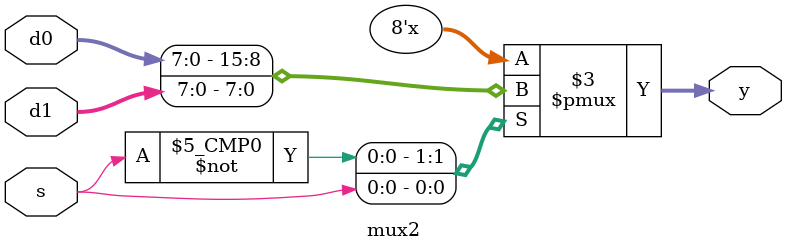
<source format=sv>
module mux2 #(parameter WIDTH = 8)
 (input        [WIDTH-1:0] d0, d1, 
  input                    s, 
  output logic [WIDTH-1:0] y);
// fill in guts
// combinational (unclocked) logic -- use =, not <=
// always_comb if(...) y = ...;
// s   y
// 0   d0	y[7:0] = d0[7:0]
// 1   d1	y[7:0] = d1[7:0]
initial begin
    //$display("mux2");
end
always_comb case(s)
  0:	y= d0;
  1:	y= d1;
  default: y= 0;
endcase
endmodule



</source>
